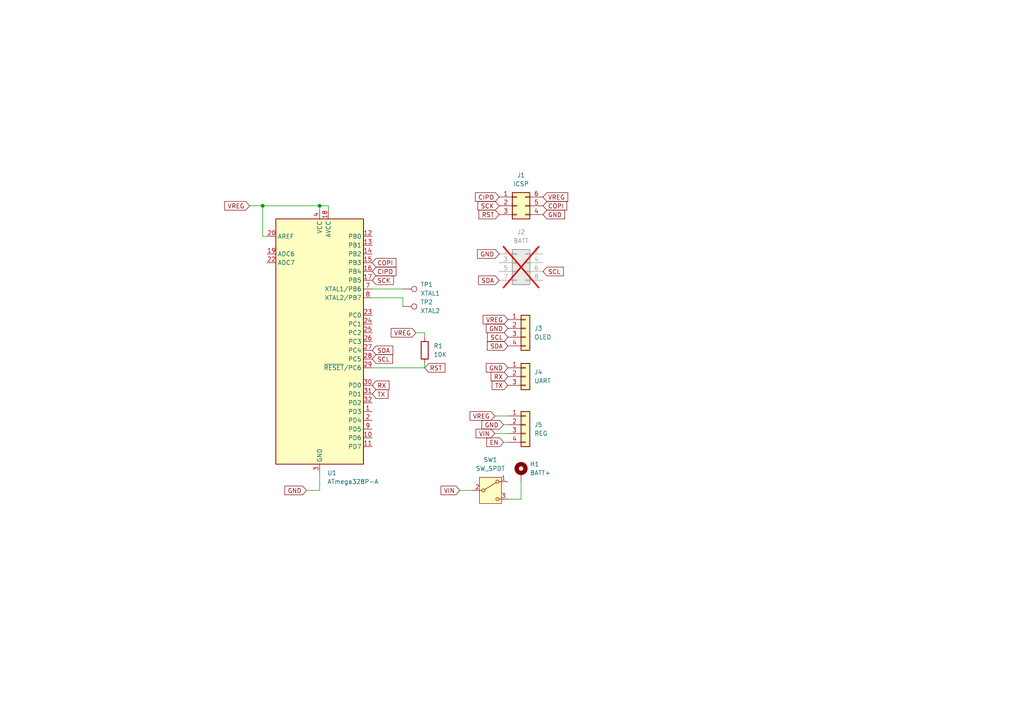
<source format=kicad_sch>
(kicad_sch
	(version 20231120)
	(generator "eeschema")
	(generator_version "8.0")
	(uuid "a6a3c083-8ee9-46e0-bddd-cbabae632ecc")
	(paper "A4")
	(lib_symbols
		(symbol "Connector:TestPoint"
			(pin_numbers hide)
			(pin_names
				(offset 0.762) hide)
			(exclude_from_sim no)
			(in_bom yes)
			(on_board yes)
			(property "Reference" "TP"
				(at 0 6.858 0)
				(effects
					(font
						(size 1.27 1.27)
					)
				)
			)
			(property "Value" "TestPoint"
				(at 0 5.08 0)
				(effects
					(font
						(size 1.27 1.27)
					)
				)
			)
			(property "Footprint" ""
				(at 5.08 0 0)
				(effects
					(font
						(size 1.27 1.27)
					)
					(hide yes)
				)
			)
			(property "Datasheet" "~"
				(at 5.08 0 0)
				(effects
					(font
						(size 1.27 1.27)
					)
					(hide yes)
				)
			)
			(property "Description" "test point"
				(at 0 0 0)
				(effects
					(font
						(size 1.27 1.27)
					)
					(hide yes)
				)
			)
			(property "ki_keywords" "test point tp"
				(at 0 0 0)
				(effects
					(font
						(size 1.27 1.27)
					)
					(hide yes)
				)
			)
			(property "ki_fp_filters" "Pin* Test*"
				(at 0 0 0)
				(effects
					(font
						(size 1.27 1.27)
					)
					(hide yes)
				)
			)
			(symbol "TestPoint_0_1"
				(circle
					(center 0 3.302)
					(radius 0.762)
					(stroke
						(width 0)
						(type default)
					)
					(fill
						(type none)
					)
				)
			)
			(symbol "TestPoint_1_1"
				(pin passive line
					(at 0 0 90)
					(length 2.54)
					(name "1"
						(effects
							(font
								(size 1.27 1.27)
							)
						)
					)
					(number "1"
						(effects
							(font
								(size 1.27 1.27)
							)
						)
					)
				)
			)
		)
		(symbol "Connector_Generic:Conn_01x03"
			(pin_names
				(offset 1.016) hide)
			(exclude_from_sim no)
			(in_bom yes)
			(on_board yes)
			(property "Reference" "J"
				(at 0 5.08 0)
				(effects
					(font
						(size 1.27 1.27)
					)
				)
			)
			(property "Value" "Conn_01x03"
				(at 0 -5.08 0)
				(effects
					(font
						(size 1.27 1.27)
					)
				)
			)
			(property "Footprint" ""
				(at 0 0 0)
				(effects
					(font
						(size 1.27 1.27)
					)
					(hide yes)
				)
			)
			(property "Datasheet" "~"
				(at 0 0 0)
				(effects
					(font
						(size 1.27 1.27)
					)
					(hide yes)
				)
			)
			(property "Description" "Generic connector, single row, 01x03, script generated (kicad-library-utils/schlib/autogen/connector/)"
				(at 0 0 0)
				(effects
					(font
						(size 1.27 1.27)
					)
					(hide yes)
				)
			)
			(property "ki_keywords" "connector"
				(at 0 0 0)
				(effects
					(font
						(size 1.27 1.27)
					)
					(hide yes)
				)
			)
			(property "ki_fp_filters" "Connector*:*_1x??_*"
				(at 0 0 0)
				(effects
					(font
						(size 1.27 1.27)
					)
					(hide yes)
				)
			)
			(symbol "Conn_01x03_1_1"
				(rectangle
					(start -1.27 -2.413)
					(end 0 -2.667)
					(stroke
						(width 0.1524)
						(type default)
					)
					(fill
						(type none)
					)
				)
				(rectangle
					(start -1.27 0.127)
					(end 0 -0.127)
					(stroke
						(width 0.1524)
						(type default)
					)
					(fill
						(type none)
					)
				)
				(rectangle
					(start -1.27 2.667)
					(end 0 2.413)
					(stroke
						(width 0.1524)
						(type default)
					)
					(fill
						(type none)
					)
				)
				(rectangle
					(start -1.27 3.81)
					(end 1.27 -3.81)
					(stroke
						(width 0.254)
						(type default)
					)
					(fill
						(type background)
					)
				)
				(pin passive line
					(at -5.08 2.54 0)
					(length 3.81)
					(name "Pin_1"
						(effects
							(font
								(size 1.27 1.27)
							)
						)
					)
					(number "1"
						(effects
							(font
								(size 1.27 1.27)
							)
						)
					)
				)
				(pin passive line
					(at -5.08 0 0)
					(length 3.81)
					(name "Pin_2"
						(effects
							(font
								(size 1.27 1.27)
							)
						)
					)
					(number "2"
						(effects
							(font
								(size 1.27 1.27)
							)
						)
					)
				)
				(pin passive line
					(at -5.08 -2.54 0)
					(length 3.81)
					(name "Pin_3"
						(effects
							(font
								(size 1.27 1.27)
							)
						)
					)
					(number "3"
						(effects
							(font
								(size 1.27 1.27)
							)
						)
					)
				)
			)
		)
		(symbol "Connector_Generic:Conn_01x04"
			(pin_names
				(offset 1.016) hide)
			(exclude_from_sim no)
			(in_bom yes)
			(on_board yes)
			(property "Reference" "J"
				(at 0 5.08 0)
				(effects
					(font
						(size 1.27 1.27)
					)
				)
			)
			(property "Value" "Conn_01x04"
				(at 0 -7.62 0)
				(effects
					(font
						(size 1.27 1.27)
					)
				)
			)
			(property "Footprint" ""
				(at 0 0 0)
				(effects
					(font
						(size 1.27 1.27)
					)
					(hide yes)
				)
			)
			(property "Datasheet" "~"
				(at 0 0 0)
				(effects
					(font
						(size 1.27 1.27)
					)
					(hide yes)
				)
			)
			(property "Description" "Generic connector, single row, 01x04, script generated (kicad-library-utils/schlib/autogen/connector/)"
				(at 0 0 0)
				(effects
					(font
						(size 1.27 1.27)
					)
					(hide yes)
				)
			)
			(property "ki_keywords" "connector"
				(at 0 0 0)
				(effects
					(font
						(size 1.27 1.27)
					)
					(hide yes)
				)
			)
			(property "ki_fp_filters" "Connector*:*_1x??_*"
				(at 0 0 0)
				(effects
					(font
						(size 1.27 1.27)
					)
					(hide yes)
				)
			)
			(symbol "Conn_01x04_1_1"
				(rectangle
					(start -1.27 -4.953)
					(end 0 -5.207)
					(stroke
						(width 0.1524)
						(type default)
					)
					(fill
						(type none)
					)
				)
				(rectangle
					(start -1.27 -2.413)
					(end 0 -2.667)
					(stroke
						(width 0.1524)
						(type default)
					)
					(fill
						(type none)
					)
				)
				(rectangle
					(start -1.27 0.127)
					(end 0 -0.127)
					(stroke
						(width 0.1524)
						(type default)
					)
					(fill
						(type none)
					)
				)
				(rectangle
					(start -1.27 2.667)
					(end 0 2.413)
					(stroke
						(width 0.1524)
						(type default)
					)
					(fill
						(type none)
					)
				)
				(rectangle
					(start -1.27 3.81)
					(end 1.27 -6.35)
					(stroke
						(width 0.254)
						(type default)
					)
					(fill
						(type background)
					)
				)
				(pin passive line
					(at -5.08 2.54 0)
					(length 3.81)
					(name "Pin_1"
						(effects
							(font
								(size 1.27 1.27)
							)
						)
					)
					(number "1"
						(effects
							(font
								(size 1.27 1.27)
							)
						)
					)
				)
				(pin passive line
					(at -5.08 0 0)
					(length 3.81)
					(name "Pin_2"
						(effects
							(font
								(size 1.27 1.27)
							)
						)
					)
					(number "2"
						(effects
							(font
								(size 1.27 1.27)
							)
						)
					)
				)
				(pin passive line
					(at -5.08 -2.54 0)
					(length 3.81)
					(name "Pin_3"
						(effects
							(font
								(size 1.27 1.27)
							)
						)
					)
					(number "3"
						(effects
							(font
								(size 1.27 1.27)
							)
						)
					)
				)
				(pin passive line
					(at -5.08 -5.08 0)
					(length 3.81)
					(name "Pin_4"
						(effects
							(font
								(size 1.27 1.27)
							)
						)
					)
					(number "4"
						(effects
							(font
								(size 1.27 1.27)
							)
						)
					)
				)
			)
		)
		(symbol "Connector_Generic:Conn_02x03_Counter_Clockwise"
			(pin_names
				(offset 1.016) hide)
			(exclude_from_sim no)
			(in_bom yes)
			(on_board yes)
			(property "Reference" "J"
				(at 1.27 5.08 0)
				(effects
					(font
						(size 1.27 1.27)
					)
				)
			)
			(property "Value" "Conn_02x03_Counter_Clockwise"
				(at 1.27 -5.08 0)
				(effects
					(font
						(size 1.27 1.27)
					)
				)
			)
			(property "Footprint" ""
				(at 0 0 0)
				(effects
					(font
						(size 1.27 1.27)
					)
					(hide yes)
				)
			)
			(property "Datasheet" "~"
				(at 0 0 0)
				(effects
					(font
						(size 1.27 1.27)
					)
					(hide yes)
				)
			)
			(property "Description" "Generic connector, double row, 02x03, counter clockwise pin numbering scheme (similar to DIP package numbering), script generated (kicad-library-utils/schlib/autogen/connector/)"
				(at 0 0 0)
				(effects
					(font
						(size 1.27 1.27)
					)
					(hide yes)
				)
			)
			(property "ki_keywords" "connector"
				(at 0 0 0)
				(effects
					(font
						(size 1.27 1.27)
					)
					(hide yes)
				)
			)
			(property "ki_fp_filters" "Connector*:*_2x??_*"
				(at 0 0 0)
				(effects
					(font
						(size 1.27 1.27)
					)
					(hide yes)
				)
			)
			(symbol "Conn_02x03_Counter_Clockwise_1_1"
				(rectangle
					(start -1.27 -2.413)
					(end 0 -2.667)
					(stroke
						(width 0.1524)
						(type default)
					)
					(fill
						(type none)
					)
				)
				(rectangle
					(start -1.27 0.127)
					(end 0 -0.127)
					(stroke
						(width 0.1524)
						(type default)
					)
					(fill
						(type none)
					)
				)
				(rectangle
					(start -1.27 2.667)
					(end 0 2.413)
					(stroke
						(width 0.1524)
						(type default)
					)
					(fill
						(type none)
					)
				)
				(rectangle
					(start -1.27 3.81)
					(end 3.81 -3.81)
					(stroke
						(width 0.254)
						(type default)
					)
					(fill
						(type background)
					)
				)
				(rectangle
					(start 3.81 -2.413)
					(end 2.54 -2.667)
					(stroke
						(width 0.1524)
						(type default)
					)
					(fill
						(type none)
					)
				)
				(rectangle
					(start 3.81 0.127)
					(end 2.54 -0.127)
					(stroke
						(width 0.1524)
						(type default)
					)
					(fill
						(type none)
					)
				)
				(rectangle
					(start 3.81 2.667)
					(end 2.54 2.413)
					(stroke
						(width 0.1524)
						(type default)
					)
					(fill
						(type none)
					)
				)
				(pin passive line
					(at -5.08 2.54 0)
					(length 3.81)
					(name "Pin_1"
						(effects
							(font
								(size 1.27 1.27)
							)
						)
					)
					(number "1"
						(effects
							(font
								(size 1.27 1.27)
							)
						)
					)
				)
				(pin passive line
					(at -5.08 0 0)
					(length 3.81)
					(name "Pin_2"
						(effects
							(font
								(size 1.27 1.27)
							)
						)
					)
					(number "2"
						(effects
							(font
								(size 1.27 1.27)
							)
						)
					)
				)
				(pin passive line
					(at -5.08 -2.54 0)
					(length 3.81)
					(name "Pin_3"
						(effects
							(font
								(size 1.27 1.27)
							)
						)
					)
					(number "3"
						(effects
							(font
								(size 1.27 1.27)
							)
						)
					)
				)
				(pin passive line
					(at 7.62 -2.54 180)
					(length 3.81)
					(name "Pin_4"
						(effects
							(font
								(size 1.27 1.27)
							)
						)
					)
					(number "4"
						(effects
							(font
								(size 1.27 1.27)
							)
						)
					)
				)
				(pin passive line
					(at 7.62 0 180)
					(length 3.81)
					(name "Pin_5"
						(effects
							(font
								(size 1.27 1.27)
							)
						)
					)
					(number "5"
						(effects
							(font
								(size 1.27 1.27)
							)
						)
					)
				)
				(pin passive line
					(at 7.62 2.54 180)
					(length 3.81)
					(name "Pin_6"
						(effects
							(font
								(size 1.27 1.27)
							)
						)
					)
					(number "6"
						(effects
							(font
								(size 1.27 1.27)
							)
						)
					)
				)
			)
		)
		(symbol "Connector_Generic:Conn_02x04_Odd_Even"
			(pin_names
				(offset 1.016) hide)
			(exclude_from_sim no)
			(in_bom yes)
			(on_board yes)
			(property "Reference" "J"
				(at 1.27 5.08 0)
				(effects
					(font
						(size 1.27 1.27)
					)
				)
			)
			(property "Value" "Conn_02x04_Odd_Even"
				(at 1.27 -7.62 0)
				(effects
					(font
						(size 1.27 1.27)
					)
				)
			)
			(property "Footprint" ""
				(at 0 0 0)
				(effects
					(font
						(size 1.27 1.27)
					)
					(hide yes)
				)
			)
			(property "Datasheet" "~"
				(at 0 0 0)
				(effects
					(font
						(size 1.27 1.27)
					)
					(hide yes)
				)
			)
			(property "Description" "Generic connector, double row, 02x04, odd/even pin numbering scheme (row 1 odd numbers, row 2 even numbers), script generated (kicad-library-utils/schlib/autogen/connector/)"
				(at 0 0 0)
				(effects
					(font
						(size 1.27 1.27)
					)
					(hide yes)
				)
			)
			(property "ki_keywords" "connector"
				(at 0 0 0)
				(effects
					(font
						(size 1.27 1.27)
					)
					(hide yes)
				)
			)
			(property "ki_fp_filters" "Connector*:*_2x??_*"
				(at 0 0 0)
				(effects
					(font
						(size 1.27 1.27)
					)
					(hide yes)
				)
			)
			(symbol "Conn_02x04_Odd_Even_1_1"
				(rectangle
					(start -1.27 -4.953)
					(end 0 -5.207)
					(stroke
						(width 0.1524)
						(type default)
					)
					(fill
						(type none)
					)
				)
				(rectangle
					(start -1.27 -2.413)
					(end 0 -2.667)
					(stroke
						(width 0.1524)
						(type default)
					)
					(fill
						(type none)
					)
				)
				(rectangle
					(start -1.27 0.127)
					(end 0 -0.127)
					(stroke
						(width 0.1524)
						(type default)
					)
					(fill
						(type none)
					)
				)
				(rectangle
					(start -1.27 2.667)
					(end 0 2.413)
					(stroke
						(width 0.1524)
						(type default)
					)
					(fill
						(type none)
					)
				)
				(rectangle
					(start -1.27 3.81)
					(end 3.81 -6.35)
					(stroke
						(width 0.254)
						(type default)
					)
					(fill
						(type background)
					)
				)
				(rectangle
					(start 3.81 -4.953)
					(end 2.54 -5.207)
					(stroke
						(width 0.1524)
						(type default)
					)
					(fill
						(type none)
					)
				)
				(rectangle
					(start 3.81 -2.413)
					(end 2.54 -2.667)
					(stroke
						(width 0.1524)
						(type default)
					)
					(fill
						(type none)
					)
				)
				(rectangle
					(start 3.81 0.127)
					(end 2.54 -0.127)
					(stroke
						(width 0.1524)
						(type default)
					)
					(fill
						(type none)
					)
				)
				(rectangle
					(start 3.81 2.667)
					(end 2.54 2.413)
					(stroke
						(width 0.1524)
						(type default)
					)
					(fill
						(type none)
					)
				)
				(pin passive line
					(at -5.08 2.54 0)
					(length 3.81)
					(name "Pin_1"
						(effects
							(font
								(size 1.27 1.27)
							)
						)
					)
					(number "1"
						(effects
							(font
								(size 1.27 1.27)
							)
						)
					)
				)
				(pin passive line
					(at 7.62 2.54 180)
					(length 3.81)
					(name "Pin_2"
						(effects
							(font
								(size 1.27 1.27)
							)
						)
					)
					(number "2"
						(effects
							(font
								(size 1.27 1.27)
							)
						)
					)
				)
				(pin passive line
					(at -5.08 0 0)
					(length 3.81)
					(name "Pin_3"
						(effects
							(font
								(size 1.27 1.27)
							)
						)
					)
					(number "3"
						(effects
							(font
								(size 1.27 1.27)
							)
						)
					)
				)
				(pin passive line
					(at 7.62 0 180)
					(length 3.81)
					(name "Pin_4"
						(effects
							(font
								(size 1.27 1.27)
							)
						)
					)
					(number "4"
						(effects
							(font
								(size 1.27 1.27)
							)
						)
					)
				)
				(pin passive line
					(at -5.08 -2.54 0)
					(length 3.81)
					(name "Pin_5"
						(effects
							(font
								(size 1.27 1.27)
							)
						)
					)
					(number "5"
						(effects
							(font
								(size 1.27 1.27)
							)
						)
					)
				)
				(pin passive line
					(at 7.62 -2.54 180)
					(length 3.81)
					(name "Pin_6"
						(effects
							(font
								(size 1.27 1.27)
							)
						)
					)
					(number "6"
						(effects
							(font
								(size 1.27 1.27)
							)
						)
					)
				)
				(pin passive line
					(at -5.08 -5.08 0)
					(length 3.81)
					(name "Pin_7"
						(effects
							(font
								(size 1.27 1.27)
							)
						)
					)
					(number "7"
						(effects
							(font
								(size 1.27 1.27)
							)
						)
					)
				)
				(pin passive line
					(at 7.62 -5.08 180)
					(length 3.81)
					(name "Pin_8"
						(effects
							(font
								(size 1.27 1.27)
							)
						)
					)
					(number "8"
						(effects
							(font
								(size 1.27 1.27)
							)
						)
					)
				)
			)
		)
		(symbol "Device:R"
			(pin_numbers hide)
			(pin_names
				(offset 0)
			)
			(exclude_from_sim no)
			(in_bom yes)
			(on_board yes)
			(property "Reference" "R"
				(at 2.032 0 90)
				(effects
					(font
						(size 1.27 1.27)
					)
				)
			)
			(property "Value" "R"
				(at 0 0 90)
				(effects
					(font
						(size 1.27 1.27)
					)
				)
			)
			(property "Footprint" ""
				(at -1.778 0 90)
				(effects
					(font
						(size 1.27 1.27)
					)
					(hide yes)
				)
			)
			(property "Datasheet" "~"
				(at 0 0 0)
				(effects
					(font
						(size 1.27 1.27)
					)
					(hide yes)
				)
			)
			(property "Description" "Resistor"
				(at 0 0 0)
				(effects
					(font
						(size 1.27 1.27)
					)
					(hide yes)
				)
			)
			(property "ki_keywords" "R res resistor"
				(at 0 0 0)
				(effects
					(font
						(size 1.27 1.27)
					)
					(hide yes)
				)
			)
			(property "ki_fp_filters" "R_*"
				(at 0 0 0)
				(effects
					(font
						(size 1.27 1.27)
					)
					(hide yes)
				)
			)
			(symbol "R_0_1"
				(rectangle
					(start -1.016 -2.54)
					(end 1.016 2.54)
					(stroke
						(width 0.254)
						(type default)
					)
					(fill
						(type none)
					)
				)
			)
			(symbol "R_1_1"
				(pin passive line
					(at 0 3.81 270)
					(length 1.27)
					(name "~"
						(effects
							(font
								(size 1.27 1.27)
							)
						)
					)
					(number "1"
						(effects
							(font
								(size 1.27 1.27)
							)
						)
					)
				)
				(pin passive line
					(at 0 -3.81 90)
					(length 1.27)
					(name "~"
						(effects
							(font
								(size 1.27 1.27)
							)
						)
					)
					(number "2"
						(effects
							(font
								(size 1.27 1.27)
							)
						)
					)
				)
			)
		)
		(symbol "MCU_Microchip_ATmega:ATmega328P-A"
			(exclude_from_sim no)
			(in_bom yes)
			(on_board yes)
			(property "Reference" "U"
				(at -12.7 36.83 0)
				(effects
					(font
						(size 1.27 1.27)
					)
					(justify left bottom)
				)
			)
			(property "Value" "ATmega328P-A"
				(at 2.54 -36.83 0)
				(effects
					(font
						(size 1.27 1.27)
					)
					(justify left top)
				)
			)
			(property "Footprint" "Package_QFP:TQFP-32_7x7mm_P0.8mm"
				(at 0 0 0)
				(effects
					(font
						(size 1.27 1.27)
						(italic yes)
					)
					(hide yes)
				)
			)
			(property "Datasheet" "http://ww1.microchip.com/downloads/en/DeviceDoc/ATmega328_P%20AVR%20MCU%20with%20picoPower%20Technology%20Data%20Sheet%2040001984A.pdf"
				(at 0 0 0)
				(effects
					(font
						(size 1.27 1.27)
					)
					(hide yes)
				)
			)
			(property "Description" "20MHz, 32kB Flash, 2kB SRAM, 1kB EEPROM, TQFP-32"
				(at 0 0 0)
				(effects
					(font
						(size 1.27 1.27)
					)
					(hide yes)
				)
			)
			(property "ki_keywords" "AVR 8bit Microcontroller MegaAVR PicoPower"
				(at 0 0 0)
				(effects
					(font
						(size 1.27 1.27)
					)
					(hide yes)
				)
			)
			(property "ki_fp_filters" "TQFP*7x7mm*P0.8mm*"
				(at 0 0 0)
				(effects
					(font
						(size 1.27 1.27)
					)
					(hide yes)
				)
			)
			(symbol "ATmega328P-A_0_1"
				(rectangle
					(start -12.7 -35.56)
					(end 12.7 35.56)
					(stroke
						(width 0.254)
						(type default)
					)
					(fill
						(type background)
					)
				)
			)
			(symbol "ATmega328P-A_1_1"
				(pin bidirectional line
					(at 15.24 -20.32 180)
					(length 2.54)
					(name "PD3"
						(effects
							(font
								(size 1.27 1.27)
							)
						)
					)
					(number "1"
						(effects
							(font
								(size 1.27 1.27)
							)
						)
					)
				)
				(pin bidirectional line
					(at 15.24 -27.94 180)
					(length 2.54)
					(name "PD6"
						(effects
							(font
								(size 1.27 1.27)
							)
						)
					)
					(number "10"
						(effects
							(font
								(size 1.27 1.27)
							)
						)
					)
				)
				(pin bidirectional line
					(at 15.24 -30.48 180)
					(length 2.54)
					(name "PD7"
						(effects
							(font
								(size 1.27 1.27)
							)
						)
					)
					(number "11"
						(effects
							(font
								(size 1.27 1.27)
							)
						)
					)
				)
				(pin bidirectional line
					(at 15.24 30.48 180)
					(length 2.54)
					(name "PB0"
						(effects
							(font
								(size 1.27 1.27)
							)
						)
					)
					(number "12"
						(effects
							(font
								(size 1.27 1.27)
							)
						)
					)
				)
				(pin bidirectional line
					(at 15.24 27.94 180)
					(length 2.54)
					(name "PB1"
						(effects
							(font
								(size 1.27 1.27)
							)
						)
					)
					(number "13"
						(effects
							(font
								(size 1.27 1.27)
							)
						)
					)
				)
				(pin bidirectional line
					(at 15.24 25.4 180)
					(length 2.54)
					(name "PB2"
						(effects
							(font
								(size 1.27 1.27)
							)
						)
					)
					(number "14"
						(effects
							(font
								(size 1.27 1.27)
							)
						)
					)
				)
				(pin bidirectional line
					(at 15.24 22.86 180)
					(length 2.54)
					(name "PB3"
						(effects
							(font
								(size 1.27 1.27)
							)
						)
					)
					(number "15"
						(effects
							(font
								(size 1.27 1.27)
							)
						)
					)
				)
				(pin bidirectional line
					(at 15.24 20.32 180)
					(length 2.54)
					(name "PB4"
						(effects
							(font
								(size 1.27 1.27)
							)
						)
					)
					(number "16"
						(effects
							(font
								(size 1.27 1.27)
							)
						)
					)
				)
				(pin bidirectional line
					(at 15.24 17.78 180)
					(length 2.54)
					(name "PB5"
						(effects
							(font
								(size 1.27 1.27)
							)
						)
					)
					(number "17"
						(effects
							(font
								(size 1.27 1.27)
							)
						)
					)
				)
				(pin power_in line
					(at 2.54 38.1 270)
					(length 2.54)
					(name "AVCC"
						(effects
							(font
								(size 1.27 1.27)
							)
						)
					)
					(number "18"
						(effects
							(font
								(size 1.27 1.27)
							)
						)
					)
				)
				(pin input line
					(at -15.24 25.4 0)
					(length 2.54)
					(name "ADC6"
						(effects
							(font
								(size 1.27 1.27)
							)
						)
					)
					(number "19"
						(effects
							(font
								(size 1.27 1.27)
							)
						)
					)
				)
				(pin bidirectional line
					(at 15.24 -22.86 180)
					(length 2.54)
					(name "PD4"
						(effects
							(font
								(size 1.27 1.27)
							)
						)
					)
					(number "2"
						(effects
							(font
								(size 1.27 1.27)
							)
						)
					)
				)
				(pin passive line
					(at -15.24 30.48 0)
					(length 2.54)
					(name "AREF"
						(effects
							(font
								(size 1.27 1.27)
							)
						)
					)
					(number "20"
						(effects
							(font
								(size 1.27 1.27)
							)
						)
					)
				)
				(pin passive line
					(at 0 -38.1 90)
					(length 2.54) hide
					(name "GND"
						(effects
							(font
								(size 1.27 1.27)
							)
						)
					)
					(number "21"
						(effects
							(font
								(size 1.27 1.27)
							)
						)
					)
				)
				(pin input line
					(at -15.24 22.86 0)
					(length 2.54)
					(name "ADC7"
						(effects
							(font
								(size 1.27 1.27)
							)
						)
					)
					(number "22"
						(effects
							(font
								(size 1.27 1.27)
							)
						)
					)
				)
				(pin bidirectional line
					(at 15.24 7.62 180)
					(length 2.54)
					(name "PC0"
						(effects
							(font
								(size 1.27 1.27)
							)
						)
					)
					(number "23"
						(effects
							(font
								(size 1.27 1.27)
							)
						)
					)
				)
				(pin bidirectional line
					(at 15.24 5.08 180)
					(length 2.54)
					(name "PC1"
						(effects
							(font
								(size 1.27 1.27)
							)
						)
					)
					(number "24"
						(effects
							(font
								(size 1.27 1.27)
							)
						)
					)
				)
				(pin bidirectional line
					(at 15.24 2.54 180)
					(length 2.54)
					(name "PC2"
						(effects
							(font
								(size 1.27 1.27)
							)
						)
					)
					(number "25"
						(effects
							(font
								(size 1.27 1.27)
							)
						)
					)
				)
				(pin bidirectional line
					(at 15.24 0 180)
					(length 2.54)
					(name "PC3"
						(effects
							(font
								(size 1.27 1.27)
							)
						)
					)
					(number "26"
						(effects
							(font
								(size 1.27 1.27)
							)
						)
					)
				)
				(pin bidirectional line
					(at 15.24 -2.54 180)
					(length 2.54)
					(name "PC4"
						(effects
							(font
								(size 1.27 1.27)
							)
						)
					)
					(number "27"
						(effects
							(font
								(size 1.27 1.27)
							)
						)
					)
				)
				(pin bidirectional line
					(at 15.24 -5.08 180)
					(length 2.54)
					(name "PC5"
						(effects
							(font
								(size 1.27 1.27)
							)
						)
					)
					(number "28"
						(effects
							(font
								(size 1.27 1.27)
							)
						)
					)
				)
				(pin bidirectional line
					(at 15.24 -7.62 180)
					(length 2.54)
					(name "~{RESET}/PC6"
						(effects
							(font
								(size 1.27 1.27)
							)
						)
					)
					(number "29"
						(effects
							(font
								(size 1.27 1.27)
							)
						)
					)
				)
				(pin power_in line
					(at 0 -38.1 90)
					(length 2.54)
					(name "GND"
						(effects
							(font
								(size 1.27 1.27)
							)
						)
					)
					(number "3"
						(effects
							(font
								(size 1.27 1.27)
							)
						)
					)
				)
				(pin bidirectional line
					(at 15.24 -12.7 180)
					(length 2.54)
					(name "PD0"
						(effects
							(font
								(size 1.27 1.27)
							)
						)
					)
					(number "30"
						(effects
							(font
								(size 1.27 1.27)
							)
						)
					)
				)
				(pin bidirectional line
					(at 15.24 -15.24 180)
					(length 2.54)
					(name "PD1"
						(effects
							(font
								(size 1.27 1.27)
							)
						)
					)
					(number "31"
						(effects
							(font
								(size 1.27 1.27)
							)
						)
					)
				)
				(pin bidirectional line
					(at 15.24 -17.78 180)
					(length 2.54)
					(name "PD2"
						(effects
							(font
								(size 1.27 1.27)
							)
						)
					)
					(number "32"
						(effects
							(font
								(size 1.27 1.27)
							)
						)
					)
				)
				(pin power_in line
					(at 0 38.1 270)
					(length 2.54)
					(name "VCC"
						(effects
							(font
								(size 1.27 1.27)
							)
						)
					)
					(number "4"
						(effects
							(font
								(size 1.27 1.27)
							)
						)
					)
				)
				(pin passive line
					(at 0 -38.1 90)
					(length 2.54) hide
					(name "GND"
						(effects
							(font
								(size 1.27 1.27)
							)
						)
					)
					(number "5"
						(effects
							(font
								(size 1.27 1.27)
							)
						)
					)
				)
				(pin passive line
					(at 0 38.1 270)
					(length 2.54) hide
					(name "VCC"
						(effects
							(font
								(size 1.27 1.27)
							)
						)
					)
					(number "6"
						(effects
							(font
								(size 1.27 1.27)
							)
						)
					)
				)
				(pin bidirectional line
					(at 15.24 15.24 180)
					(length 2.54)
					(name "XTAL1/PB6"
						(effects
							(font
								(size 1.27 1.27)
							)
						)
					)
					(number "7"
						(effects
							(font
								(size 1.27 1.27)
							)
						)
					)
				)
				(pin bidirectional line
					(at 15.24 12.7 180)
					(length 2.54)
					(name "XTAL2/PB7"
						(effects
							(font
								(size 1.27 1.27)
							)
						)
					)
					(number "8"
						(effects
							(font
								(size 1.27 1.27)
							)
						)
					)
				)
				(pin bidirectional line
					(at 15.24 -25.4 180)
					(length 2.54)
					(name "PD5"
						(effects
							(font
								(size 1.27 1.27)
							)
						)
					)
					(number "9"
						(effects
							(font
								(size 1.27 1.27)
							)
						)
					)
				)
			)
		)
		(symbol "Mechanical:MountingHole_Pad"
			(pin_numbers hide)
			(pin_names
				(offset 1.016) hide)
			(exclude_from_sim no)
			(in_bom yes)
			(on_board yes)
			(property "Reference" "H"
				(at 0 6.35 0)
				(effects
					(font
						(size 1.27 1.27)
					)
				)
			)
			(property "Value" "MountingHole_Pad"
				(at 0 4.445 0)
				(effects
					(font
						(size 1.27 1.27)
					)
				)
			)
			(property "Footprint" ""
				(at 0 0 0)
				(effects
					(font
						(size 1.27 1.27)
					)
					(hide yes)
				)
			)
			(property "Datasheet" "~"
				(at 0 0 0)
				(effects
					(font
						(size 1.27 1.27)
					)
					(hide yes)
				)
			)
			(property "Description" "Mounting Hole with connection"
				(at 0 0 0)
				(effects
					(font
						(size 1.27 1.27)
					)
					(hide yes)
				)
			)
			(property "ki_keywords" "mounting hole"
				(at 0 0 0)
				(effects
					(font
						(size 1.27 1.27)
					)
					(hide yes)
				)
			)
			(property "ki_fp_filters" "MountingHole*Pad*"
				(at 0 0 0)
				(effects
					(font
						(size 1.27 1.27)
					)
					(hide yes)
				)
			)
			(symbol "MountingHole_Pad_0_1"
				(circle
					(center 0 1.27)
					(radius 1.27)
					(stroke
						(width 1.27)
						(type default)
					)
					(fill
						(type none)
					)
				)
			)
			(symbol "MountingHole_Pad_1_1"
				(pin input line
					(at 0 -2.54 90)
					(length 2.54)
					(name "1"
						(effects
							(font
								(size 1.27 1.27)
							)
						)
					)
					(number "1"
						(effects
							(font
								(size 1.27 1.27)
							)
						)
					)
				)
			)
		)
		(symbol "Switch:SW_SPDT"
			(pin_names
				(offset 0) hide)
			(exclude_from_sim no)
			(in_bom yes)
			(on_board yes)
			(property "Reference" "SW"
				(at 0 5.08 0)
				(effects
					(font
						(size 1.27 1.27)
					)
				)
			)
			(property "Value" "SW_SPDT"
				(at 0 -5.08 0)
				(effects
					(font
						(size 1.27 1.27)
					)
				)
			)
			(property "Footprint" ""
				(at 0 0 0)
				(effects
					(font
						(size 1.27 1.27)
					)
					(hide yes)
				)
			)
			(property "Datasheet" "~"
				(at 0 -7.62 0)
				(effects
					(font
						(size 1.27 1.27)
					)
					(hide yes)
				)
			)
			(property "Description" "Switch, single pole double throw"
				(at 0 0 0)
				(effects
					(font
						(size 1.27 1.27)
					)
					(hide yes)
				)
			)
			(property "ki_keywords" "switch single-pole double-throw spdt ON-ON"
				(at 0 0 0)
				(effects
					(font
						(size 1.27 1.27)
					)
					(hide yes)
				)
			)
			(symbol "SW_SPDT_0_1"
				(circle
					(center -2.032 0)
					(radius 0.4572)
					(stroke
						(width 0)
						(type default)
					)
					(fill
						(type none)
					)
				)
				(polyline
					(pts
						(xy -1.651 0.254) (xy 1.651 2.286)
					)
					(stroke
						(width 0)
						(type default)
					)
					(fill
						(type none)
					)
				)
				(circle
					(center 2.032 -2.54)
					(radius 0.4572)
					(stroke
						(width 0)
						(type default)
					)
					(fill
						(type none)
					)
				)
				(circle
					(center 2.032 2.54)
					(radius 0.4572)
					(stroke
						(width 0)
						(type default)
					)
					(fill
						(type none)
					)
				)
			)
			(symbol "SW_SPDT_1_1"
				(rectangle
					(start -3.175 3.81)
					(end 3.175 -3.81)
					(stroke
						(width 0)
						(type default)
					)
					(fill
						(type background)
					)
				)
				(pin passive line
					(at 5.08 2.54 180)
					(length 2.54)
					(name "A"
						(effects
							(font
								(size 1.27 1.27)
							)
						)
					)
					(number "1"
						(effects
							(font
								(size 1.27 1.27)
							)
						)
					)
				)
				(pin passive line
					(at -5.08 0 0)
					(length 2.54)
					(name "B"
						(effects
							(font
								(size 1.27 1.27)
							)
						)
					)
					(number "2"
						(effects
							(font
								(size 1.27 1.27)
							)
						)
					)
				)
				(pin passive line
					(at 5.08 -2.54 180)
					(length 2.54)
					(name "C"
						(effects
							(font
								(size 1.27 1.27)
							)
						)
					)
					(number "3"
						(effects
							(font
								(size 1.27 1.27)
							)
						)
					)
				)
			)
		)
	)
	(junction
		(at 76.2 59.69)
		(diameter 0)
		(color 0 0 0 0)
		(uuid "9b8cbb44-4cf2-4799-a4e3-679d144822b8")
	)
	(junction
		(at 92.71 59.69)
		(diameter 0)
		(color 0 0 0 0)
		(uuid "bc2768e4-71a9-404d-b7aa-b8910afcd76d")
	)
	(wire
		(pts
			(xy 76.2 68.58) (xy 77.47 68.58)
		)
		(stroke
			(width 0)
			(type default)
		)
		(uuid "017da3a6-694f-4602-8911-029f48dad2f3")
	)
	(wire
		(pts
			(xy 76.2 59.69) (xy 92.71 59.69)
		)
		(stroke
			(width 0)
			(type default)
		)
		(uuid "076828b2-b2bc-4c38-bc1d-25b9dd70aa0e")
	)
	(wire
		(pts
			(xy 143.51 125.73) (xy 147.32 125.73)
		)
		(stroke
			(width 0)
			(type default)
		)
		(uuid "07eee722-4ea9-450e-b702-abb05e75d5b4")
	)
	(wire
		(pts
			(xy 92.71 59.69) (xy 92.71 60.96)
		)
		(stroke
			(width 0)
			(type default)
		)
		(uuid "1595d448-2584-4f81-82ce-b9c1299fac7b")
	)
	(wire
		(pts
			(xy 123.19 97.79) (xy 123.19 96.52)
		)
		(stroke
			(width 0)
			(type default)
		)
		(uuid "24407dd8-67a4-4ee1-8bc4-319da26ec2b7")
	)
	(wire
		(pts
			(xy 123.19 106.68) (xy 107.95 106.68)
		)
		(stroke
			(width 0)
			(type default)
		)
		(uuid "2be8c8ae-b8dd-40c1-be29-38e93f791acc")
	)
	(wire
		(pts
			(xy 123.19 96.52) (xy 120.65 96.52)
		)
		(stroke
			(width 0)
			(type default)
		)
		(uuid "2f374bcd-0a88-42dc-aa0f-60ec09186911")
	)
	(wire
		(pts
			(xy 146.05 123.19) (xy 147.32 123.19)
		)
		(stroke
			(width 0)
			(type default)
		)
		(uuid "2f612d6a-06dd-41e5-aa94-3db2e0f452ad")
	)
	(wire
		(pts
			(xy 107.95 86.36) (xy 116.84 86.36)
		)
		(stroke
			(width 0)
			(type default)
		)
		(uuid "3ad835d9-a61b-4b99-bfef-d9bef86f71a5")
	)
	(wire
		(pts
			(xy 151.13 139.7) (xy 151.13 144.78)
		)
		(stroke
			(width 0)
			(type default)
		)
		(uuid "4f6e07b6-d1d2-4d9f-b34d-d737b0e0dada")
	)
	(wire
		(pts
			(xy 92.71 59.69) (xy 95.25 59.69)
		)
		(stroke
			(width 0)
			(type default)
		)
		(uuid "5b1bae17-64a3-4055-a99a-b7061e55f978")
	)
	(wire
		(pts
			(xy 116.84 86.36) (xy 116.84 88.9)
		)
		(stroke
			(width 0)
			(type default)
		)
		(uuid "83333228-ad83-49f6-82a3-69e61b304690")
	)
	(wire
		(pts
			(xy 76.2 59.69) (xy 76.2 68.58)
		)
		(stroke
			(width 0)
			(type default)
		)
		(uuid "949310a1-a111-4682-8fd8-c14e44bae7b6")
	)
	(wire
		(pts
			(xy 95.25 60.96) (xy 95.25 59.69)
		)
		(stroke
			(width 0)
			(type default)
		)
		(uuid "9714371f-5298-4f4f-a089-9e343398b854")
	)
	(wire
		(pts
			(xy 72.39 59.69) (xy 76.2 59.69)
		)
		(stroke
			(width 0)
			(type default)
		)
		(uuid "b0d08883-62d4-451e-a289-5dab251b122e")
	)
	(wire
		(pts
			(xy 92.71 137.16) (xy 92.71 142.24)
		)
		(stroke
			(width 0)
			(type default)
		)
		(uuid "b12ed2e6-acd1-4c79-a0e6-97178edd57f1")
	)
	(wire
		(pts
			(xy 146.05 128.27) (xy 147.32 128.27)
		)
		(stroke
			(width 0)
			(type default)
		)
		(uuid "b393e281-ce46-4680-a9f3-edeab84c64cf")
	)
	(wire
		(pts
			(xy 92.71 142.24) (xy 88.9 142.24)
		)
		(stroke
			(width 0)
			(type default)
		)
		(uuid "c8a30739-e30a-4c3e-ac95-4cab404bd4b6")
	)
	(wire
		(pts
			(xy 107.95 83.82) (xy 116.84 83.82)
		)
		(stroke
			(width 0)
			(type default)
		)
		(uuid "d33ba979-6626-4688-aef2-0fa3d74b4a25")
	)
	(wire
		(pts
			(xy 133.35 142.24) (xy 137.16 142.24)
		)
		(stroke
			(width 0)
			(type default)
		)
		(uuid "da8cbfcf-8804-49bb-aa70-c489e5a175c6")
	)
	(wire
		(pts
			(xy 143.51 120.65) (xy 147.32 120.65)
		)
		(stroke
			(width 0)
			(type default)
		)
		(uuid "dfef57a2-765c-4cd2-9f7b-9a5c0e55a89c")
	)
	(wire
		(pts
			(xy 123.19 105.41) (xy 123.19 106.68)
		)
		(stroke
			(width 0)
			(type default)
		)
		(uuid "ea544d12-00e0-4cea-abf4-ca840c6051d1")
	)
	(wire
		(pts
			(xy 151.13 144.78) (xy 147.32 144.78)
		)
		(stroke
			(width 0)
			(type default)
		)
		(uuid "f47ad5d6-165f-4912-8c16-416984e068b3")
	)
	(global_label "GND"
		(shape input)
		(at 144.78 73.66 180)
		(fields_autoplaced yes)
		(effects
			(font
				(size 1.27 1.27)
			)
			(justify right)
		)
		(uuid "0207dd3e-2d30-47c3-ba44-93746159071f")
		(property "Intersheetrefs" "${INTERSHEET_REFS}"
			(at 137.9243 73.66 0)
			(effects
				(font
					(size 1.27 1.27)
				)
				(justify right)
				(hide yes)
			)
		)
	)
	(global_label "SCK"
		(shape input)
		(at 144.78 59.69 180)
		(fields_autoplaced yes)
		(effects
			(font
				(size 1.27 1.27)
			)
			(justify right)
		)
		(uuid "06878e2c-7c7c-44a2-ab68-04de66bb01b7")
		(property "Intersheetrefs" "${INTERSHEET_REFS}"
			(at 138.0453 59.69 0)
			(effects
				(font
					(size 1.27 1.27)
				)
				(justify right)
				(hide yes)
			)
		)
	)
	(global_label "TX"
		(shape input)
		(at 147.32 111.76 180)
		(fields_autoplaced yes)
		(effects
			(font
				(size 1.27 1.27)
			)
			(justify right)
		)
		(uuid "1e09ec5b-5051-4766-8028-b4a7d10dd124")
		(property "Intersheetrefs" "${INTERSHEET_REFS}"
			(at 142.1577 111.76 0)
			(effects
				(font
					(size 1.27 1.27)
				)
				(justify right)
				(hide yes)
			)
		)
	)
	(global_label "SDA"
		(shape input)
		(at 107.95 101.6 0)
		(fields_autoplaced yes)
		(effects
			(font
				(size 1.27 1.27)
			)
			(justify left)
		)
		(uuid "3241fde6-77b1-4b56-ac9e-c548486f78d0")
		(property "Intersheetrefs" "${INTERSHEET_REFS}"
			(at 114.5033 101.6 0)
			(effects
				(font
					(size 1.27 1.27)
				)
				(justify left)
				(hide yes)
			)
		)
	)
	(global_label "SCK"
		(shape input)
		(at 107.95 81.28 0)
		(fields_autoplaced yes)
		(effects
			(font
				(size 1.27 1.27)
			)
			(justify left)
		)
		(uuid "3d94a969-27b8-4a38-b570-d3cf8b1ebc88")
		(property "Intersheetrefs" "${INTERSHEET_REFS}"
			(at 114.6847 81.28 0)
			(effects
				(font
					(size 1.27 1.27)
				)
				(justify left)
				(hide yes)
			)
		)
	)
	(global_label "COPI"
		(shape input)
		(at 157.48 59.69 0)
		(fields_autoplaced yes)
		(effects
			(font
				(size 1.27 1.27)
			)
			(justify left)
		)
		(uuid "3f3394ed-f173-4ac2-9912-ac8df300e9f1")
		(property "Intersheetrefs" "${INTERSHEET_REFS}"
			(at 164.9405 59.69 0)
			(effects
				(font
					(size 1.27 1.27)
				)
				(justify left)
				(hide yes)
			)
		)
	)
	(global_label "SDA"
		(shape input)
		(at 147.32 100.33 180)
		(fields_autoplaced yes)
		(effects
			(font
				(size 1.27 1.27)
			)
			(justify right)
		)
		(uuid "4042adba-66aa-4837-85e2-7fbcccfb10e7")
		(property "Intersheetrefs" "${INTERSHEET_REFS}"
			(at 140.7667 100.33 0)
			(effects
				(font
					(size 1.27 1.27)
				)
				(justify right)
				(hide yes)
			)
		)
	)
	(global_label "CIPO"
		(shape input)
		(at 144.78 57.15 180)
		(fields_autoplaced yes)
		(effects
			(font
				(size 1.27 1.27)
			)
			(justify right)
		)
		(uuid "495b8669-bb11-4640-a4a4-6d6ac7f8342c")
		(property "Intersheetrefs" "${INTERSHEET_REFS}"
			(at 137.3195 57.15 0)
			(effects
				(font
					(size 1.27 1.27)
				)
				(justify right)
				(hide yes)
			)
		)
	)
	(global_label "RST"
		(shape input)
		(at 123.19 106.68 0)
		(fields_autoplaced yes)
		(effects
			(font
				(size 1.27 1.27)
			)
			(justify left)
		)
		(uuid "4b163ae5-f7c1-4d50-b5f8-478d70bc8887")
		(property "Intersheetrefs" "${INTERSHEET_REFS}"
			(at 129.6223 106.68 0)
			(effects
				(font
					(size 1.27 1.27)
				)
				(justify left)
				(hide yes)
			)
		)
	)
	(global_label "SCL"
		(shape input)
		(at 107.95 104.14 0)
		(fields_autoplaced yes)
		(effects
			(font
				(size 1.27 1.27)
			)
			(justify left)
		)
		(uuid "4e9cdd7d-8836-4acf-9e6a-f9370cf1817d")
		(property "Intersheetrefs" "${INTERSHEET_REFS}"
			(at 114.4428 104.14 0)
			(effects
				(font
					(size 1.27 1.27)
				)
				(justify left)
				(hide yes)
			)
		)
	)
	(global_label "GND"
		(shape input)
		(at 88.9 142.24 180)
		(fields_autoplaced yes)
		(effects
			(font
				(size 1.27 1.27)
			)
			(justify right)
		)
		(uuid "558dcd50-a9c7-4abf-ad1a-38ed062341d2")
		(property "Intersheetrefs" "${INTERSHEET_REFS}"
			(at 82.0443 142.24 0)
			(effects
				(font
					(size 1.27 1.27)
				)
				(justify right)
				(hide yes)
			)
		)
	)
	(global_label "RX"
		(shape input)
		(at 147.32 109.22 180)
		(fields_autoplaced yes)
		(effects
			(font
				(size 1.27 1.27)
			)
			(justify right)
		)
		(uuid "6456dcba-b572-4ec9-bb2a-5a88d1fa7475")
		(property "Intersheetrefs" "${INTERSHEET_REFS}"
			(at 141.8553 109.22 0)
			(effects
				(font
					(size 1.27 1.27)
				)
				(justify right)
				(hide yes)
			)
		)
	)
	(global_label "TX"
		(shape input)
		(at 107.95 114.3 0)
		(fields_autoplaced yes)
		(effects
			(font
				(size 1.27 1.27)
			)
			(justify left)
		)
		(uuid "673008dd-c4bc-44bf-b29e-551b8daf8313")
		(property "Intersheetrefs" "${INTERSHEET_REFS}"
			(at 113.1123 114.3 0)
			(effects
				(font
					(size 1.27 1.27)
				)
				(justify left)
				(hide yes)
			)
		)
	)
	(global_label "GND"
		(shape input)
		(at 146.05 123.19 180)
		(fields_autoplaced yes)
		(effects
			(font
				(size 1.27 1.27)
			)
			(justify right)
		)
		(uuid "69ca040f-5ffd-4194-92ec-627e0b67892e")
		(property "Intersheetrefs" "${INTERSHEET_REFS}"
			(at 139.1943 123.19 0)
			(effects
				(font
					(size 1.27 1.27)
				)
				(justify right)
				(hide yes)
			)
		)
	)
	(global_label "VREG"
		(shape input)
		(at 157.48 57.15 0)
		(fields_autoplaced yes)
		(effects
			(font
				(size 1.27 1.27)
			)
			(justify left)
		)
		(uuid "74606b40-1f45-44ba-94f6-f3ece3d8322e")
		(property "Intersheetrefs" "${INTERSHEET_REFS}"
			(at 165.2428 57.15 0)
			(effects
				(font
					(size 1.27 1.27)
				)
				(justify left)
				(hide yes)
			)
		)
	)
	(global_label "RST"
		(shape input)
		(at 144.78 62.23 180)
		(fields_autoplaced yes)
		(effects
			(font
				(size 1.27 1.27)
			)
			(justify right)
		)
		(uuid "789bed46-2172-4490-b7fc-eefbe3115012")
		(property "Intersheetrefs" "${INTERSHEET_REFS}"
			(at 138.3477 62.23 0)
			(effects
				(font
					(size 1.27 1.27)
				)
				(justify right)
				(hide yes)
			)
		)
	)
	(global_label "SCL"
		(shape input)
		(at 157.48 78.74 0)
		(fields_autoplaced yes)
		(effects
			(font
				(size 1.27 1.27)
			)
			(justify left)
		)
		(uuid "7d2321fc-67ec-4965-85bd-621eed440941")
		(property "Intersheetrefs" "${INTERSHEET_REFS}"
			(at 163.9728 78.74 0)
			(effects
				(font
					(size 1.27 1.27)
				)
				(justify left)
				(hide yes)
			)
		)
	)
	(global_label "GND"
		(shape input)
		(at 157.48 62.23 0)
		(fields_autoplaced yes)
		(effects
			(font
				(size 1.27 1.27)
			)
			(justify left)
		)
		(uuid "85889cee-1158-4416-8a45-2d323ce788fa")
		(property "Intersheetrefs" "${INTERSHEET_REFS}"
			(at 164.3357 62.23 0)
			(effects
				(font
					(size 1.27 1.27)
				)
				(justify left)
				(hide yes)
			)
		)
	)
	(global_label "SDA"
		(shape input)
		(at 144.78 81.28 180)
		(fields_autoplaced yes)
		(effects
			(font
				(size 1.27 1.27)
			)
			(justify right)
		)
		(uuid "87cf40e5-c775-4c01-863b-dd1a5213e52d")
		(property "Intersheetrefs" "${INTERSHEET_REFS}"
			(at 138.2267 81.28 0)
			(effects
				(font
					(size 1.27 1.27)
				)
				(justify right)
				(hide yes)
			)
		)
	)
	(global_label "GND"
		(shape input)
		(at 147.32 95.25 180)
		(fields_autoplaced yes)
		(effects
			(font
				(size 1.27 1.27)
			)
			(justify right)
		)
		(uuid "9ab9a6ca-7b24-446e-9b9a-8eaf9a5a4e74")
		(property "Intersheetrefs" "${INTERSHEET_REFS}"
			(at 140.4643 95.25 0)
			(effects
				(font
					(size 1.27 1.27)
				)
				(justify right)
				(hide yes)
			)
		)
	)
	(global_label "VREG"
		(shape input)
		(at 147.32 92.71 180)
		(fields_autoplaced yes)
		(effects
			(font
				(size 1.27 1.27)
			)
			(justify right)
		)
		(uuid "a9935ac7-8d38-4ac1-8240-bc4bd8440bd2")
		(property "Intersheetrefs" "${INTERSHEET_REFS}"
			(at 139.5572 92.71 0)
			(effects
				(font
					(size 1.27 1.27)
				)
				(justify right)
				(hide yes)
			)
		)
	)
	(global_label "COPI"
		(shape input)
		(at 107.95 76.2 0)
		(fields_autoplaced yes)
		(effects
			(font
				(size 1.27 1.27)
			)
			(justify left)
		)
		(uuid "ad50c595-5ee5-40e7-b919-4259cda4af48")
		(property "Intersheetrefs" "${INTERSHEET_REFS}"
			(at 115.4105 76.2 0)
			(effects
				(font
					(size 1.27 1.27)
				)
				(justify left)
				(hide yes)
			)
		)
	)
	(global_label "GND"
		(shape input)
		(at 147.32 106.68 180)
		(fields_autoplaced yes)
		(effects
			(font
				(size 1.27 1.27)
			)
			(justify right)
		)
		(uuid "b525b91e-bb3c-4db4-a13f-546cd4465447")
		(property "Intersheetrefs" "${INTERSHEET_REFS}"
			(at 140.4643 106.68 0)
			(effects
				(font
					(size 1.27 1.27)
				)
				(justify right)
				(hide yes)
			)
		)
	)
	(global_label "RX"
		(shape input)
		(at 107.95 111.76 0)
		(fields_autoplaced yes)
		(effects
			(font
				(size 1.27 1.27)
			)
			(justify left)
		)
		(uuid "ba78b863-c41a-4293-a1c9-bda87a702170")
		(property "Intersheetrefs" "${INTERSHEET_REFS}"
			(at 113.4147 111.76 0)
			(effects
				(font
					(size 1.27 1.27)
				)
				(justify left)
				(hide yes)
			)
		)
	)
	(global_label "VREG"
		(shape input)
		(at 72.39 59.69 180)
		(fields_autoplaced yes)
		(effects
			(font
				(size 1.27 1.27)
			)
			(justify right)
		)
		(uuid "c1128b18-c62c-46a6-90a2-b31cea4f758f")
		(property "Intersheetrefs" "${INTERSHEET_REFS}"
			(at 64.6272 59.69 0)
			(effects
				(font
					(size 1.27 1.27)
				)
				(justify right)
				(hide yes)
			)
		)
	)
	(global_label "CIPO"
		(shape input)
		(at 107.95 78.74 0)
		(fields_autoplaced yes)
		(effects
			(font
				(size 1.27 1.27)
			)
			(justify left)
		)
		(uuid "db4a1e15-c578-4fc0-81d0-ce747e8dce51")
		(property "Intersheetrefs" "${INTERSHEET_REFS}"
			(at 115.4105 78.74 0)
			(effects
				(font
					(size 1.27 1.27)
				)
				(justify left)
				(hide yes)
			)
		)
	)
	(global_label "VREG"
		(shape input)
		(at 143.51 120.65 180)
		(fields_autoplaced yes)
		(effects
			(font
				(size 1.27 1.27)
			)
			(justify right)
		)
		(uuid "e3c6f5b4-8353-4006-8fb4-ae7d7b434683")
		(property "Intersheetrefs" "${INTERSHEET_REFS}"
			(at 135.7472 120.65 0)
			(effects
				(font
					(size 1.27 1.27)
				)
				(justify right)
				(hide yes)
			)
		)
	)
	(global_label "VIN"
		(shape input)
		(at 133.35 142.24 180)
		(fields_autoplaced yes)
		(effects
			(font
				(size 1.27 1.27)
			)
			(justify right)
		)
		(uuid "e4851dfe-9e8f-47f1-97cb-3b372e8c8ad1")
		(property "Intersheetrefs" "${INTERSHEET_REFS}"
			(at 127.3409 142.24 0)
			(effects
				(font
					(size 1.27 1.27)
				)
				(justify right)
				(hide yes)
			)
		)
	)
	(global_label "SCL"
		(shape input)
		(at 147.32 97.79 180)
		(fields_autoplaced yes)
		(effects
			(font
				(size 1.27 1.27)
			)
			(justify right)
		)
		(uuid "f0934d65-cdfa-44a2-8123-ccf0969c15d4")
		(property "Intersheetrefs" "${INTERSHEET_REFS}"
			(at 140.8272 97.79 0)
			(effects
				(font
					(size 1.27 1.27)
				)
				(justify right)
				(hide yes)
			)
		)
	)
	(global_label "VREG"
		(shape input)
		(at 120.65 96.52 180)
		(fields_autoplaced yes)
		(effects
			(font
				(size 1.27 1.27)
			)
			(justify right)
		)
		(uuid "f2e23e28-83b8-4150-8d9c-da2c458f4185")
		(property "Intersheetrefs" "${INTERSHEET_REFS}"
			(at 112.8872 96.52 0)
			(effects
				(font
					(size 1.27 1.27)
				)
				(justify right)
				(hide yes)
			)
		)
	)
	(global_label "VIN"
		(shape input)
		(at 143.51 125.73 180)
		(fields_autoplaced yes)
		(effects
			(font
				(size 1.27 1.27)
			)
			(justify right)
		)
		(uuid "f8dcc656-fcdb-40b7-a7df-64727c7dd079")
		(property "Intersheetrefs" "${INTERSHEET_REFS}"
			(at 137.5009 125.73 0)
			(effects
				(font
					(size 1.27 1.27)
				)
				(justify right)
				(hide yes)
			)
		)
	)
	(global_label "EN"
		(shape input)
		(at 146.05 128.27 180)
		(fields_autoplaced yes)
		(effects
			(font
				(size 1.27 1.27)
			)
			(justify right)
		)
		(uuid "fa41afd4-8734-4490-9944-04113c99e976")
		(property "Intersheetrefs" "${INTERSHEET_REFS}"
			(at 140.5853 128.27 0)
			(effects
				(font
					(size 1.27 1.27)
				)
				(justify right)
				(hide yes)
			)
		)
	)
	(symbol
		(lib_id "Connector_Generic:Conn_02x04_Odd_Even")
		(at 149.86 76.2 0)
		(unit 1)
		(exclude_from_sim no)
		(in_bom yes)
		(on_board yes)
		(dnp yes)
		(fields_autoplaced yes)
		(uuid "1e619859-87d8-46ce-aac7-6a7639f8d9f1")
		(property "Reference" "J2"
			(at 151.13 67.31 0)
			(effects
				(font
					(size 1.27 1.27)
				)
			)
		)
		(property "Value" "BATT"
			(at 151.13 69.85 0)
			(effects
				(font
					(size 1.27 1.27)
				)
			)
		)
		(property "Footprint" "Connector_PinHeader_2.54mm:PinHeader_2x04_P2.54mm_Vertical"
			(at 149.86 76.2 0)
			(effects
				(font
					(size 1.27 1.27)
				)
				(hide yes)
			)
		)
		(property "Datasheet" "~"
			(at 149.86 76.2 0)
			(effects
				(font
					(size 1.27 1.27)
				)
				(hide yes)
			)
		)
		(property "Description" "Generic connector, double row, 02x04, odd/even pin numbering scheme (row 1 odd numbers, row 2 even numbers), script generated (kicad-library-utils/schlib/autogen/connector/)"
			(at 149.86 76.2 0)
			(effects
				(font
					(size 1.27 1.27)
				)
				(hide yes)
			)
		)
		(property "LCSC Part Number" "~"
			(at 149.86 76.2 0)
			(effects
				(font
					(size 1.27 1.27)
				)
				(hide yes)
			)
		)
		(pin "6"
			(uuid "db90c008-9478-4b2f-9e74-758a82670fdf")
		)
		(pin "7"
			(uuid "767d6925-ee1c-4198-9b4e-2458dda51d1e")
		)
		(pin "1"
			(uuid "8925a995-8d92-4d17-a490-addc8e5e1234")
		)
		(pin "5"
			(uuid "faeb62c9-df3d-4753-b1b2-68254f605011")
		)
		(pin "8"
			(uuid "c6312697-fc11-48c0-823a-d358cfdc0d3d")
		)
		(pin "2"
			(uuid "0fda5890-75b9-4722-b844-74f303516d17")
		)
		(pin "3"
			(uuid "15b9ca9a-def1-44cc-a2e3-709a42ce3e25")
		)
		(pin "4"
			(uuid "203c0e93-328e-438b-9971-a13c1adf4d06")
		)
		(instances
			(project "smbus"
				(path "/a6a3c083-8ee9-46e0-bddd-cbabae632ecc"
					(reference "J2")
					(unit 1)
				)
			)
		)
	)
	(symbol
		(lib_id "Device:R")
		(at 123.19 101.6 0)
		(unit 1)
		(exclude_from_sim no)
		(in_bom yes)
		(on_board yes)
		(dnp no)
		(fields_autoplaced yes)
		(uuid "37e9cb9c-6d8e-450d-b1c4-3e09965af28d")
		(property "Reference" "R1"
			(at 125.73 100.3299 0)
			(effects
				(font
					(size 1.27 1.27)
				)
				(justify left)
			)
		)
		(property "Value" "10K"
			(at 125.73 102.8699 0)
			(effects
				(font
					(size 1.27 1.27)
				)
				(justify left)
			)
		)
		(property "Footprint" "Resistor_SMD:R_1206_3216Metric"
			(at 121.412 101.6 90)
			(effects
				(font
					(size 1.27 1.27)
				)
				(hide yes)
			)
		)
		(property "Datasheet" "~"
			(at 123.19 101.6 0)
			(effects
				(font
					(size 1.27 1.27)
				)
				(hide yes)
			)
		)
		(property "Description" "Resistor"
			(at 123.19 101.6 0)
			(effects
				(font
					(size 1.27 1.27)
				)
				(hide yes)
			)
		)
		(property "LCSC Part Number" "C17902"
			(at 123.19 101.6 0)
			(effects
				(font
					(size 1.27 1.27)
				)
				(hide yes)
			)
		)
		(pin "1"
			(uuid "4d09d97f-e38b-44ff-8440-5242f9443c9c")
		)
		(pin "2"
			(uuid "835cfd4d-322f-4e9a-bb8e-5004108cf305")
		)
		(instances
			(project "smbus"
				(path "/a6a3c083-8ee9-46e0-bddd-cbabae632ecc"
					(reference "R1")
					(unit 1)
				)
			)
		)
	)
	(symbol
		(lib_id "Connector_Generic:Conn_02x03_Counter_Clockwise")
		(at 149.86 59.69 0)
		(unit 1)
		(exclude_from_sim no)
		(in_bom yes)
		(on_board yes)
		(dnp no)
		(fields_autoplaced yes)
		(uuid "50ef9811-7521-4299-9d1f-d0521d126e6b")
		(property "Reference" "J1"
			(at 151.13 50.8 0)
			(effects
				(font
					(size 1.27 1.27)
				)
			)
		)
		(property "Value" "ICSP"
			(at 151.13 53.34 0)
			(effects
				(font
					(size 1.27 1.27)
				)
			)
		)
		(property "Footprint" "Connector_PinHeader_2.54mm:PinHeader_2x03_P2.54mm_Vertical"
			(at 149.86 59.69 0)
			(effects
				(font
					(size 1.27 1.27)
				)
				(hide yes)
			)
		)
		(property "Datasheet" "~"
			(at 149.86 59.69 0)
			(effects
				(font
					(size 1.27 1.27)
				)
				(hide yes)
			)
		)
		(property "Description" "Generic connector, double row, 02x03, counter clockwise pin numbering scheme (similar to DIP package numbering), script generated (kicad-library-utils/schlib/autogen/connector/)"
			(at 149.86 59.69 0)
			(effects
				(font
					(size 1.27 1.27)
				)
				(hide yes)
			)
		)
		(property "LCSC Part Number" "C65114"
			(at 149.86 59.69 0)
			(effects
				(font
					(size 1.27 1.27)
				)
				(hide yes)
			)
		)
		(pin "2"
			(uuid "06762ef7-079f-4d63-8fe8-0a0e914a559b")
		)
		(pin "3"
			(uuid "2af35501-718d-41b7-b744-e8b0572c1dc0")
		)
		(pin "6"
			(uuid "41e28f6f-b338-46e5-ba7e-f4c8652bd6ee")
		)
		(pin "5"
			(uuid "860a1786-26c9-4548-ac91-358192170d46")
		)
		(pin "1"
			(uuid "05664e64-0eae-4825-a7d0-fda7a8a608c9")
		)
		(pin "4"
			(uuid "e36cee2d-7fff-4a8b-9970-0fed0a822f1b")
		)
		(instances
			(project "smbus"
				(path "/a6a3c083-8ee9-46e0-bddd-cbabae632ecc"
					(reference "J1")
					(unit 1)
				)
			)
		)
	)
	(symbol
		(lib_id "Connector:TestPoint")
		(at 116.84 83.82 270)
		(unit 1)
		(exclude_from_sim no)
		(in_bom yes)
		(on_board yes)
		(dnp no)
		(fields_autoplaced yes)
		(uuid "6aad80d6-2111-4f3b-b24f-d19880db6c87")
		(property "Reference" "TP1"
			(at 121.92 82.5499 90)
			(effects
				(font
					(size 1.27 1.27)
				)
				(justify left)
			)
		)
		(property "Value" "XTAL1"
			(at 121.92 85.0899 90)
			(effects
				(font
					(size 1.27 1.27)
				)
				(justify left)
			)
		)
		(property "Footprint" "TestPoint:TestPoint_Pad_1.0x1.0mm"
			(at 116.84 88.9 0)
			(effects
				(font
					(size 1.27 1.27)
				)
				(hide yes)
			)
		)
		(property "Datasheet" "~"
			(at 116.84 88.9 0)
			(effects
				(font
					(size 1.27 1.27)
				)
				(hide yes)
			)
		)
		(property "Description" "test point"
			(at 116.84 83.82 0)
			(effects
				(font
					(size 1.27 1.27)
				)
				(hide yes)
			)
		)
		(property "LCSC Part Number" "~"
			(at 116.84 83.82 0)
			(effects
				(font
					(size 1.27 1.27)
				)
				(hide yes)
			)
		)
		(pin "1"
			(uuid "38aa0e3c-ddbb-4bce-9798-3f8d3a88908e")
		)
		(instances
			(project "smbus"
				(path "/a6a3c083-8ee9-46e0-bddd-cbabae632ecc"
					(reference "TP1")
					(unit 1)
				)
			)
		)
	)
	(symbol
		(lib_id "Connector_Generic:Conn_01x04")
		(at 152.4 123.19 0)
		(unit 1)
		(exclude_from_sim no)
		(in_bom yes)
		(on_board yes)
		(dnp no)
		(fields_autoplaced yes)
		(uuid "9e1c1e4b-33b1-4334-ac1b-39e978fa5897")
		(property "Reference" "J5"
			(at 154.94 123.1899 0)
			(effects
				(font
					(size 1.27 1.27)
				)
				(justify left)
			)
		)
		(property "Value" "REG"
			(at 154.94 125.7299 0)
			(effects
				(font
					(size 1.27 1.27)
				)
				(justify left)
			)
		)
		(property "Footprint" "Connector_PinSocket_2.54mm:PinSocket_1x04_P2.54mm_Vertical"
			(at 152.4 123.19 0)
			(effects
				(font
					(size 1.27 1.27)
				)
				(hide yes)
			)
		)
		(property "Datasheet" "~"
			(at 152.4 123.19 0)
			(effects
				(font
					(size 1.27 1.27)
				)
				(hide yes)
			)
		)
		(property "Description" "Generic connector, single row, 01x04, script generated (kicad-library-utils/schlib/autogen/connector/)"
			(at 152.4 123.19 0)
			(effects
				(font
					(size 1.27 1.27)
				)
				(hide yes)
			)
		)
		(property "LCSC Part Number" "C2905415"
			(at 152.4 123.19 0)
			(effects
				(font
					(size 1.27 1.27)
				)
				(hide yes)
			)
		)
		(pin "2"
			(uuid "f78f9484-3173-4e42-848e-c39580e4f8d1")
		)
		(pin "4"
			(uuid "0539e9b9-c3bb-4bab-bc80-f3f855db4329")
		)
		(pin "1"
			(uuid "e486a7e6-b9b8-4021-9b72-0eb82f128d32")
		)
		(pin "3"
			(uuid "d3d36c27-796b-4843-af0e-33e51a86d87b")
		)
		(instances
			(project "smbus"
				(path "/a6a3c083-8ee9-46e0-bddd-cbabae632ecc"
					(reference "J5")
					(unit 1)
				)
			)
		)
	)
	(symbol
		(lib_id "MCU_Microchip_ATmega:ATmega328P-A")
		(at 92.71 99.06 0)
		(unit 1)
		(exclude_from_sim no)
		(in_bom yes)
		(on_board yes)
		(dnp no)
		(fields_autoplaced yes)
		(uuid "a021e04f-94f6-4b4f-8e31-e6b35070eb5d")
		(property "Reference" "U1"
			(at 94.9041 137.16 0)
			(effects
				(font
					(size 1.27 1.27)
				)
				(justify left)
			)
		)
		(property "Value" "ATmega328P-A"
			(at 94.9041 139.7 0)
			(effects
				(font
					(size 1.27 1.27)
				)
				(justify left)
			)
		)
		(property "Footprint" "Package_QFP:TQFP-32_7x7mm_P0.8mm"
			(at 92.71 99.06 0)
			(effects
				(font
					(size 1.27 1.27)
					(italic yes)
				)
				(hide yes)
			)
		)
		(property "Datasheet" "http://ww1.microchip.com/downloads/en/DeviceDoc/ATmega328_P%20AVR%20MCU%20with%20picoPower%20Technology%20Data%20Sheet%2040001984A.pdf"
			(at 92.71 99.06 0)
			(effects
				(font
					(size 1.27 1.27)
				)
				(hide yes)
			)
		)
		(property "Description" "20MHz, 32kB Flash, 2kB SRAM, 1kB EEPROM, TQFP-32"
			(at 92.71 99.06 0)
			(effects
				(font
					(size 1.27 1.27)
				)
				(hide yes)
			)
		)
		(property "LCSC Part Number" "C14877"
			(at 92.71 99.06 0)
			(effects
				(font
					(size 1.27 1.27)
				)
				(hide yes)
			)
		)
		(pin "15"
			(uuid "af117c85-28bd-4f84-9de4-98a69eac037d")
		)
		(pin "8"
			(uuid "3cf335fb-959d-4737-bb32-cf712d2c5ce7")
		)
		(pin "14"
			(uuid "72b09d09-637f-476d-bad4-c5299386e104")
		)
		(pin "29"
			(uuid "d6c19620-8749-442f-87d3-1f96a01089ed")
		)
		(pin "6"
			(uuid "8bb742cd-c1e0-4a49-b74d-49f3d55e61e6")
		)
		(pin "26"
			(uuid "f5918e67-18a3-42d3-8f56-8b6e003758e3")
		)
		(pin "10"
			(uuid "315bc81e-bf1d-427c-a87c-a6c84ca2664c")
		)
		(pin "25"
			(uuid "4dd41df3-eefc-4ec1-989c-d9becdcd9e88")
		)
		(pin "22"
			(uuid "8d783d5f-2c11-4d78-baa2-b3ccd37f26cc")
		)
		(pin "7"
			(uuid "54730ed1-c084-4fee-9506-267a99472d26")
		)
		(pin "16"
			(uuid "13f36f00-f468-4340-83de-0d86abed7638")
		)
		(pin "28"
			(uuid "61ee470e-eab6-4da9-9553-3a4ca248f05d")
		)
		(pin "30"
			(uuid "72097628-1be7-425b-8c61-72fe08cb676f")
		)
		(pin "3"
			(uuid "940d9977-b0c2-4844-acb7-dfd2c225cb50")
		)
		(pin "21"
			(uuid "a488b4f3-0f4e-449b-92cd-37e1831f0c20")
		)
		(pin "13"
			(uuid "4b70dc5b-4d60-4f9a-b399-5062a905dcfa")
		)
		(pin "20"
			(uuid "4375f52c-d3ac-4475-ac5e-d4d97cf2ac11")
		)
		(pin "24"
			(uuid "1486258e-b3c0-4fcb-9a2d-f4b9ae93fe5b")
		)
		(pin "31"
			(uuid "9dd83d44-8afc-4347-b33e-980d07fb6598")
		)
		(pin "27"
			(uuid "b4bc863f-b6dd-47ff-b7ac-7d0c9ec3c8d0")
		)
		(pin "9"
			(uuid "83e0a15f-a80e-4bc2-a5c2-89ba5bbb7abe")
		)
		(pin "18"
			(uuid "e449a5ab-4a5b-4fb1-b600-dc5708c41ded")
		)
		(pin "5"
			(uuid "49633251-fedb-445f-b387-a658b84f88c9")
		)
		(pin "4"
			(uuid "db4cae53-63eb-4253-9f0a-5c5f697bd2ee")
		)
		(pin "1"
			(uuid "74d39bbb-63ac-4d91-bffe-18ba559d91b2")
		)
		(pin "2"
			(uuid "ce2d4eeb-fa8e-41e4-957f-9b11992a2fd3")
		)
		(pin "12"
			(uuid "93a8995a-3e34-4a2f-be54-45e3f4bd1d1d")
		)
		(pin "17"
			(uuid "b27d7d2c-46a4-4076-a532-748a9477192e")
		)
		(pin "19"
			(uuid "298860c9-2d7b-4bf2-8886-a7d53edec3ec")
		)
		(pin "11"
			(uuid "f2f58f52-ec84-41ae-bea5-915042e942a3")
		)
		(pin "23"
			(uuid "45edc412-a6df-4f08-bd26-074527bffae8")
		)
		(pin "32"
			(uuid "05bf156d-8959-451c-b22d-e3892ac32216")
		)
		(instances
			(project "smbus"
				(path "/a6a3c083-8ee9-46e0-bddd-cbabae632ecc"
					(reference "U1")
					(unit 1)
				)
			)
		)
	)
	(symbol
		(lib_id "Switch:SW_SPDT")
		(at 142.24 142.24 0)
		(unit 1)
		(exclude_from_sim no)
		(in_bom yes)
		(on_board yes)
		(dnp no)
		(fields_autoplaced yes)
		(uuid "d1d8128b-2bb7-4e5a-ab51-33c0bee63d25")
		(property "Reference" "SW1"
			(at 142.24 133.35 0)
			(effects
				(font
					(size 1.27 1.27)
				)
			)
		)
		(property "Value" "SW_SPDT"
			(at 142.24 135.89 0)
			(effects
				(font
					(size 1.27 1.27)
				)
			)
		)
		(property "Footprint" "Button_Switch_THT:SW_Slide_SPDT_Angled_CK_OS102011MA1Q"
			(at 142.24 142.24 0)
			(effects
				(font
					(size 1.27 1.27)
				)
				(hide yes)
			)
		)
		(property "Datasheet" "~"
			(at 142.24 149.86 0)
			(effects
				(font
					(size 1.27 1.27)
				)
				(hide yes)
			)
		)
		(property "Description" "Switch, single pole double throw"
			(at 142.24 142.24 0)
			(effects
				(font
					(size 1.27 1.27)
				)
				(hide yes)
			)
		)
		(property "LCSC Part Number" "C431547"
			(at 142.24 142.24 0)
			(effects
				(font
					(size 1.27 1.27)
				)
				(hide yes)
			)
		)
		(pin "2"
			(uuid "a8121943-61be-42eb-9a94-d13c44930140")
		)
		(pin "3"
			(uuid "48a91edb-d561-410f-87cb-b5286379235d")
		)
		(pin "1"
			(uuid "26a76fc1-65c6-4714-82c3-603459fdd3eb")
		)
		(instances
			(project "smbus"
				(path "/a6a3c083-8ee9-46e0-bddd-cbabae632ecc"
					(reference "SW1")
					(unit 1)
				)
			)
		)
	)
	(symbol
		(lib_id "Connector_Generic:Conn_01x04")
		(at 152.4 95.25 0)
		(unit 1)
		(exclude_from_sim no)
		(in_bom yes)
		(on_board yes)
		(dnp no)
		(fields_autoplaced yes)
		(uuid "e35afe55-cffe-4fa8-be41-b7de2d951942")
		(property "Reference" "J3"
			(at 154.94 95.2499 0)
			(effects
				(font
					(size 1.27 1.27)
				)
				(justify left)
			)
		)
		(property "Value" "OLED"
			(at 154.94 97.7899 0)
			(effects
				(font
					(size 1.27 1.27)
				)
				(justify left)
			)
		)
		(property "Footprint" "Connector_PinSocket_2.54mm:PinSocket_1x04_P2.54mm_Vertical"
			(at 152.4 95.25 0)
			(effects
				(font
					(size 1.27 1.27)
				)
				(hide yes)
			)
		)
		(property "Datasheet" "~"
			(at 152.4 95.25 0)
			(effects
				(font
					(size 1.27 1.27)
				)
				(hide yes)
			)
		)
		(property "Description" "Generic connector, single row, 01x04, script generated (kicad-library-utils/schlib/autogen/connector/)"
			(at 152.4 95.25 0)
			(effects
				(font
					(size 1.27 1.27)
				)
				(hide yes)
			)
		)
		(property "LCSC Part Number" "C2905415"
			(at 152.4 95.25 0)
			(effects
				(font
					(size 1.27 1.27)
				)
				(hide yes)
			)
		)
		(pin "1"
			(uuid "f784ba07-ceb5-46d9-8052-4f24ff1f860f")
		)
		(pin "4"
			(uuid "8ce22591-e4bf-48c9-9edd-50a17b33a5dd")
		)
		(pin "3"
			(uuid "2867be31-759d-4f70-82f4-ab5658a3d879")
		)
		(pin "2"
			(uuid "146efa6b-82e2-4675-8831-e96f3f4e1b82")
		)
		(instances
			(project "smbus"
				(path "/a6a3c083-8ee9-46e0-bddd-cbabae632ecc"
					(reference "J3")
					(unit 1)
				)
			)
		)
	)
	(symbol
		(lib_id "Connector_Generic:Conn_01x03")
		(at 152.4 109.22 0)
		(unit 1)
		(exclude_from_sim no)
		(in_bom yes)
		(on_board yes)
		(dnp no)
		(fields_autoplaced yes)
		(uuid "ecb2fffb-8f3c-4090-849c-b90f454a1cc0")
		(property "Reference" "J4"
			(at 154.94 107.9499 0)
			(effects
				(font
					(size 1.27 1.27)
				)
				(justify left)
			)
		)
		(property "Value" "UART"
			(at 154.94 110.4899 0)
			(effects
				(font
					(size 1.27 1.27)
				)
				(justify left)
			)
		)
		(property "Footprint" "Connector_PinHeader_2.54mm:PinHeader_1x03_P2.54mm_Vertical"
			(at 152.4 109.22 0)
			(effects
				(font
					(size 1.27 1.27)
				)
				(hide yes)
			)
		)
		(property "Datasheet" "~"
			(at 152.4 109.22 0)
			(effects
				(font
					(size 1.27 1.27)
				)
				(hide yes)
			)
		)
		(property "Description" "Generic connector, single row, 01x03, script generated (kicad-library-utils/schlib/autogen/connector/)"
			(at 152.4 109.22 0)
			(effects
				(font
					(size 1.27 1.27)
				)
				(hide yes)
			)
		)
		(property "LCSC Part Number" "C5116482"
			(at 152.4 109.22 0)
			(effects
				(font
					(size 1.27 1.27)
				)
				(hide yes)
			)
		)
		(pin "3"
			(uuid "efc56c35-82b0-49d0-90c2-8d9130520e2b")
		)
		(pin "1"
			(uuid "10397043-3cee-4472-a3e5-75cc21f30e38")
		)
		(pin "2"
			(uuid "4d90ae48-7535-42ee-a0c7-c9f2cb88de14")
		)
		(instances
			(project "smbus"
				(path "/a6a3c083-8ee9-46e0-bddd-cbabae632ecc"
					(reference "J4")
					(unit 1)
				)
			)
		)
	)
	(symbol
		(lib_id "Connector:TestPoint")
		(at 116.84 88.9 270)
		(unit 1)
		(exclude_from_sim no)
		(in_bom yes)
		(on_board yes)
		(dnp no)
		(fields_autoplaced yes)
		(uuid "f7cc5baa-9f1a-4385-9f06-8a5642d180b5")
		(property "Reference" "TP2"
			(at 121.92 87.6299 90)
			(effects
				(font
					(size 1.27 1.27)
				)
				(justify left)
			)
		)
		(property "Value" "XTAL2"
			(at 121.92 90.1699 90)
			(effects
				(font
					(size 1.27 1.27)
				)
				(justify left)
			)
		)
		(property "Footprint" "TestPoint:TestPoint_Pad_1.0x1.0mm"
			(at 116.84 93.98 0)
			(effects
				(font
					(size 1.27 1.27)
				)
				(hide yes)
			)
		)
		(property "Datasheet" "~"
			(at 116.84 93.98 0)
			(effects
				(font
					(size 1.27 1.27)
				)
				(hide yes)
			)
		)
		(property "Description" "test point"
			(at 116.84 88.9 0)
			(effects
				(font
					(size 1.27 1.27)
				)
				(hide yes)
			)
		)
		(property "LCSC Part Number" "~"
			(at 116.84 88.9 0)
			(effects
				(font
					(size 1.27 1.27)
				)
				(hide yes)
			)
		)
		(pin "1"
			(uuid "5a639702-be87-4a3f-885b-5ca2471bbc2a")
		)
		(instances
			(project "smbus"
				(path "/a6a3c083-8ee9-46e0-bddd-cbabae632ecc"
					(reference "TP2")
					(unit 1)
				)
			)
		)
	)
	(symbol
		(lib_id "Mechanical:MountingHole_Pad")
		(at 151.13 137.16 0)
		(unit 1)
		(exclude_from_sim no)
		(in_bom yes)
		(on_board yes)
		(dnp no)
		(fields_autoplaced yes)
		(uuid "fb99b0a1-05dd-49c1-9504-d3687a1b1df0")
		(property "Reference" "H1"
			(at 153.67 134.6199 0)
			(effects
				(font
					(size 1.27 1.27)
				)
				(justify left)
			)
		)
		(property "Value" "BATT+"
			(at 153.67 137.1599 0)
			(effects
				(font
					(size 1.27 1.27)
				)
				(justify left)
			)
		)
		(property "Footprint" "MountingHole:MountingHole_2.5mm_Pad"
			(at 151.13 137.16 0)
			(effects
				(font
					(size 1.27 1.27)
				)
				(hide yes)
			)
		)
		(property "Datasheet" "~"
			(at 151.13 137.16 0)
			(effects
				(font
					(size 1.27 1.27)
				)
				(hide yes)
			)
		)
		(property "Description" "Mounting Hole with connection"
			(at 151.13 137.16 0)
			(effects
				(font
					(size 1.27 1.27)
				)
				(hide yes)
			)
		)
		(property "LCSC Part Number" "~"
			(at 151.13 137.16 0)
			(effects
				(font
					(size 1.27 1.27)
				)
				(hide yes)
			)
		)
		(pin "1"
			(uuid "7c10723a-4200-425b-a108-0485a74bc840")
		)
		(instances
			(project "smbus"
				(path "/a6a3c083-8ee9-46e0-bddd-cbabae632ecc"
					(reference "H1")
					(unit 1)
				)
			)
		)
	)
	(sheet_instances
		(path "/"
			(page "1")
		)
	)
)
</source>
